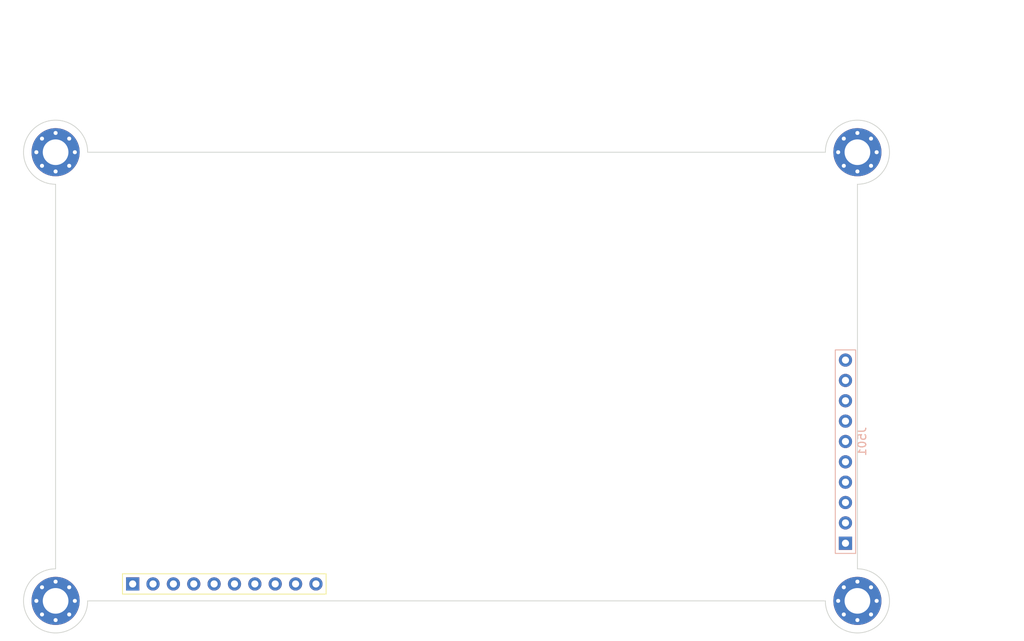
<source format=kicad_pcb>
(kicad_pcb (version 20221018) (generator pcbnew)
  (layers (0 "F.Cu" signal) (31 "B.Cu" signal) (34 "B.Paste" user) (35 "F.Paste" user) (36 "B.SilkS" user "B.Silkscreen") (37 "F.SilkS" user "F.Silkscreen") (38 "B.Mask" user) (39 "F.Mask" user) (44 "Edge.Cuts" user))
  (net 0 "")
  (net 1 "GND")
  (footprint "___MyLibrary:MountingHole_3.2mm_M3_Pad_Via_1mmSpacing" (layer "F.Cu") (at 176.749573 75.652944)
    (fp_text reference "H502" hide)
    (fp_text value "MountingHole_Pad")
    (pad "1" thru_hole circle (at -2.4 0) (size 0.8 0.8) (drill 0.5) (layers "*.Cu" "*.Mask") (net 1 "GND"))
    (pad "1" thru_hole circle (at -1.697056 -1.697056) (size 0.8 0.8) (drill 0.5) (layers "*.Cu" "*.Mask") (net 1 "GND"))
    (pad "1" thru_hole circle (at -1.697056 1.697056) (size 0.8 0.8) (drill 0.5) (layers "*.Cu" "*.Mask") (net 1 "GND"))
    (pad "1" thru_hole circle (at 0 -2.4) (size 0.8 0.8) (drill 0.5) (layers "*.Cu" "*.Mask") (net 1 "GND"))
    (pad "1" thru_hole circle (at 0 0) (size 6 6) (drill 3.2) (layers "*.Cu" "*.Mask") (net 1 "GND") (thermal_bridge_width 1) (thermal_gap 0.1))
    (pad "1" thru_hole circle (at 0 2.4) (size 0.8 0.8) (drill 0.5) (layers "*.Cu" "*.Mask") (net 1 "GND"))
    (pad "1" thru_hole circle (at 1.697056 -1.697056) (size 0.8 0.8) (drill 0.5) (layers "*.Cu" "*.Mask") (net 1 "GND"))
    (pad "1" thru_hole circle (at 1.697056 1.697056) (size 0.8 0.8) (drill 0.5) (layers "*.Cu" "*.Mask") (net 1 "GND"))
    (pad "1" thru_hole circle (at 2.4 0) (size 0.8 0.8) (drill 0.5) (layers "*.Cu" "*.Mask") (net 1 "GND"))
  )
  (footprint "___MyLibrary:MountingHole_3.2mm_M3_Pad_Via_1mmSpacing" (layer "F.Cu") (at 76.749573 75.652944)
    (fp_text reference "H501" hide)
    (fp_text value "MountingHole_Pad")
    (pad "1" thru_hole circle (at -2.4 0) (size 0.8 0.8) (drill 0.5) (layers "*.Cu" "*.Mask") (net 1 "GND"))
    (pad "1" thru_hole circle (at -1.697056 -1.697056) (size 0.8 0.8) (drill 0.5) (layers "*.Cu" "*.Mask") (net 1 "GND"))
    (pad "1" thru_hole circle (at -1.697056 1.697056) (size 0.8 0.8) (drill 0.5) (layers "*.Cu" "*.Mask") (net 1 "GND"))
    (pad "1" thru_hole circle (at 0 -2.4) (size 0.8 0.8) (drill 0.5) (layers "*.Cu" "*.Mask") (net 1 "GND"))
    (pad "1" thru_hole circle (at 0 0) (size 6 6) (drill 3.2) (layers "*.Cu" "*.Mask") (net 1 "GND") (thermal_bridge_width 1) (thermal_gap 0.1))
    (pad "1" thru_hole circle (at 0 2.4) (size 0.8 0.8) (drill 0.5) (layers "*.Cu" "*.Mask") (net 1 "GND"))
    (pad "1" thru_hole circle (at 1.697056 -1.697056) (size 0.8 0.8) (drill 0.5) (layers "*.Cu" "*.Mask") (net 1 "GND"))
    (pad "1" thru_hole circle (at 1.697056 1.697056) (size 0.8 0.8) (drill 0.5) (layers "*.Cu" "*.Mask") (net 1 "GND"))
    (pad "1" thru_hole circle (at 2.4 0) (size 0.8 0.8) (drill 0.5) (layers "*.Cu" "*.Mask") (net 1 "GND"))
  )
  (footprint "___MyLibrary:10 pin various types" (layer "F.Cu") (at 97.79 129.54)
    (fp_text reference "J502" hide)
    (fp_text value "USER_HEADER" hide)
    (fp_rect (start -12.7 -1.27) (end 12.7 1.27) (stroke (width 0.12)) (fill none) (layer "F.SilkS"))
    (pad "1" thru_hole rect (at -11.43 0) (size 1.651 1.651) (drill 0.889) (layers "*.Cu" "*.Mask"))
    (pad "2" thru_hole circle (at -8.89 0) (size 1.651 1.651) (drill 0.889) (layers "*.Cu" "*.Mask"))
    (pad "3" thru_hole circle (at -6.35 0) (size 1.651 1.651) (drill 0.889) (layers "*.Cu" "*.Mask"))
    (pad "4" thru_hole circle (at -3.81 0) (size 1.651 1.651) (drill 0.889) (layers "*.Cu" "*.Mask"))
    (pad "5" thru_hole circle (at -1.27 0) (size 1.651 1.651) (drill 0.889) (layers "*.Cu" "*.Mask"))
    (pad "6" thru_hole circle (at 1.27 0) (size 1.651 1.651) (drill 0.889) (layers "*.Cu" "*.Mask"))
    (pad "7" thru_hole circle (at 3.81 0) (size 1.651 1.651) (drill 0.889) (layers "*.Cu" "*.Mask"))
    (pad "8" thru_hole circle (at 6.35 0) (size 1.651 1.651) (drill 0.889) (layers "*.Cu" "*.Mask"))
    (pad "9" thru_hole circle (at 8.89 0) (size 1.651 1.651) (drill 0.889) (layers "*.Cu" "*.Mask"))
    (pad "10" thru_hole circle (at 11.43 0) (size 1.651 1.651) (drill 0.889) (layers "*.Cu" "*.Mask"))
  )
  (footprint "___MyLibrary:MountingHole_3.2mm_M3_Pad_Via_1mmSpacing" (layer "F.Cu") (at 176.749573 131.652944)
    (fp_text reference "H504" hide)
    (fp_text value "MountingHole_Pad")
    (pad "1" thru_hole circle (at -2.4 0) (size 0.8 0.8) (drill 0.5) (layers "*.Cu" "*.Mask") (net 1 "GND"))
    (pad "1" thru_hole circle (at -1.697056 -1.697056) (size 0.8 0.8) (drill 0.5) (layers "*.Cu" "*.Mask") (net 1 "GND"))
    (pad "1" thru_hole circle (at -1.697056 1.697056) (size 0.8 0.8) (drill 0.5) (layers "*.Cu" "*.Mask") (net 1 "GND"))
    (pad "1" thru_hole circle (at 0 -2.4) (size 0.8 0.8) (drill 0.5) (layers "*.Cu" "*.Mask") (net 1 "GND"))
    (pad "1" thru_hole circle (at 0 0) (size 6 6) (drill 3.2) (layers "*.Cu" "*.Mask") (net 1 "GND") (thermal_bridge_width 1) (thermal_gap 0.1))
    (pad "1" thru_hole circle (at 0 2.4) (size 0.8 0.8) (drill 0.5) (layers "*.Cu" "*.Mask") (net 1 "GND"))
    (pad "1" thru_hole circle (at 1.697056 -1.697056) (size 0.8 0.8) (drill 0.5) (layers "*.Cu" "*.Mask") (net 1 "GND"))
    (pad "1" thru_hole circle (at 1.697056 1.697056) (size 0.8 0.8) (drill 0.5) (layers "*.Cu" "*.Mask") (net 1 "GND"))
    (pad "1" thru_hole circle (at 2.4 0) (size 0.8 0.8) (drill 0.5) (layers "*.Cu" "*.Mask") (net 1 "GND"))
  )
  (footprint "___MyLibrary:MountingHole_3.2mm_M3_Pad_Via_1mmSpacing" (layer "F.Cu") (at 76.749573 131.652944)
    (fp_text reference "H503" hide)
    (fp_text value "MountingHole_Pad")
    (pad "1" thru_hole circle (at -2.4 0) (size 0.8 0.8) (drill 0.5) (layers "*.Cu" "*.Mask") (net 1 "GND"))
    (pad "1" thru_hole circle (at -1.697056 -1.697056) (size 0.8 0.8) (drill 0.5) (layers "*.Cu" "*.Mask") (net 1 "GND"))
    (pad "1" thru_hole circle (at -1.697056 1.697056) (size 0.8 0.8) (drill 0.5) (layers "*.Cu" "*.Mask") (net 1 "GND"))
    (pad "1" thru_hole circle (at 0 -2.4) (size 0.8 0.8) (drill 0.5) (layers "*.Cu" "*.Mask") (net 1 "GND"))
    (pad "1" thru_hole circle (at 0 0) (size 6 6) (drill 3.2) (layers "*.Cu" "*.Mask") (net 1 "GND") (thermal_bridge_width 1) (thermal_gap 0.1))
    (pad "1" thru_hole circle (at 0 2.4) (size 0.8 0.8) (drill 0.5) (layers "*.Cu" "*.Mask") (net 1 "GND"))
    (pad "1" thru_hole circle (at 1.697056 -1.697056) (size 0.8 0.8) (drill 0.5) (layers "*.Cu" "*.Mask") (net 1 "GND"))
    (pad "1" thru_hole circle (at 1.697056 1.697056) (size 0.8 0.8) (drill 0.5) (layers "*.Cu" "*.Mask") (net 1 "GND"))
    (pad "1" thru_hole circle (at 2.4 0) (size 0.8 0.8) (drill 0.5) (layers "*.Cu" "*.Mask") (net 1 "GND"))
  )
  (footprint "___MyLibrary:10 pin various types" (layer "B.Cu") (at 175.26 113.03 90)
    (fp_text reference "J501" (at 1.27 2.07 270) (layer "B.SilkS") (effects (justify mirror)))
    (fp_text value "MAIN_HEADER" hide)
    (fp_rect (start -12.7 1.27) (end 12.7 -1.27) (stroke (width 0.12)) (fill none) (layer "B.SilkS"))
    (pad "1" thru_hole rect (at -11.43 0 90) (size 1.651 1.651) (drill 0.889) (layers "*.Cu" "*.Mask"))
    (pad "2" thru_hole circle (at -8.89 0 90) (size 1.651 1.651) (drill 0.889) (layers "*.Cu" "*.Mask") (net 1 "GND"))
    (pad "3" thru_hole circle (at -6.35 0 90) (size 1.651 1.651) (drill 0.889) (layers "*.Cu" "*.Mask"))
    (pad "4" thru_hole circle (at -3.81 0 90) (size 1.651 1.651) (drill 0.889) (layers "*.Cu" "*.Mask"))
    (pad "5" thru_hole circle (at -1.27 0 90) (size 1.651 1.651) (drill 0.889) (layers "*.Cu" "*.Mask"))
    (pad "6" thru_hole circle (at 1.27 0 90) (size 1.651 1.651) (drill 0.889) (layers "*.Cu" "*.Mask"))
    (pad "7" thru_hole circle (at 3.81 0 90) (size 1.651 1.651) (drill 0.889) (layers "*.Cu" "*.Mask"))
    (pad "8" thru_hole circle (at 6.35 0 90) (size 1.651 1.651) (drill 0.889) (layers "*.Cu" "*.Mask"))
    (pad "9" thru_hole circle (at 8.89 0 90) (size 1.651 1.651) (drill 0.889) (layers "*.Cu" "*.Mask"))
    (pad "10" thru_hole circle (at 11.43 0 90) (size 1.651 1.651) (drill 0.889) (layers "*.Cu" "*.Mask"))
  )
  (gr_line (start 172.749573 131.652944) (end 80.749573 131.652944) (stroke (width 0.1)) (layer "Edge.Cuts"))
  (gr_arc (start 76.749573 79.652944) (mid 73.921141 72.824512) (end 80.749573 75.652944) (stroke (width 0.1)) (layer "Edge.Cuts"))
  (gr_line (start 76.749573 127.652944) (end 76.749573 79.652944) (stroke (width 0.1)) (layer "Edge.Cuts"))
  (gr_arc (start 80.749573 131.652944) (mid 73.921139 134.481368) (end 76.749573 127.652944) (stroke (width 0.1)) (layer "Edge.Cuts"))
  (gr_arc (start 172.749573 75.652944) (mid 179.578065 72.824544) (end 176.749573 79.652944) (stroke (width 0.1)) (layer "Edge.Cuts"))
  (gr_line (start 80.749573 75.652944) (end 172.749573 75.652944) (stroke (width 0.1)) (layer "Edge.Cuts"))
  (gr_arc (start 176.749573 127.652944) (mid 179.577995 134.481366) (end 172.749573 131.652944) (stroke (width 0.1)) (layer "Edge.Cuts"))
  (gr_line (start 176.749573 79.652944) (end 176.749573 127.652944) (stroke (width 0.1)) (layer "Edge.Cuts"))
)
</source>
